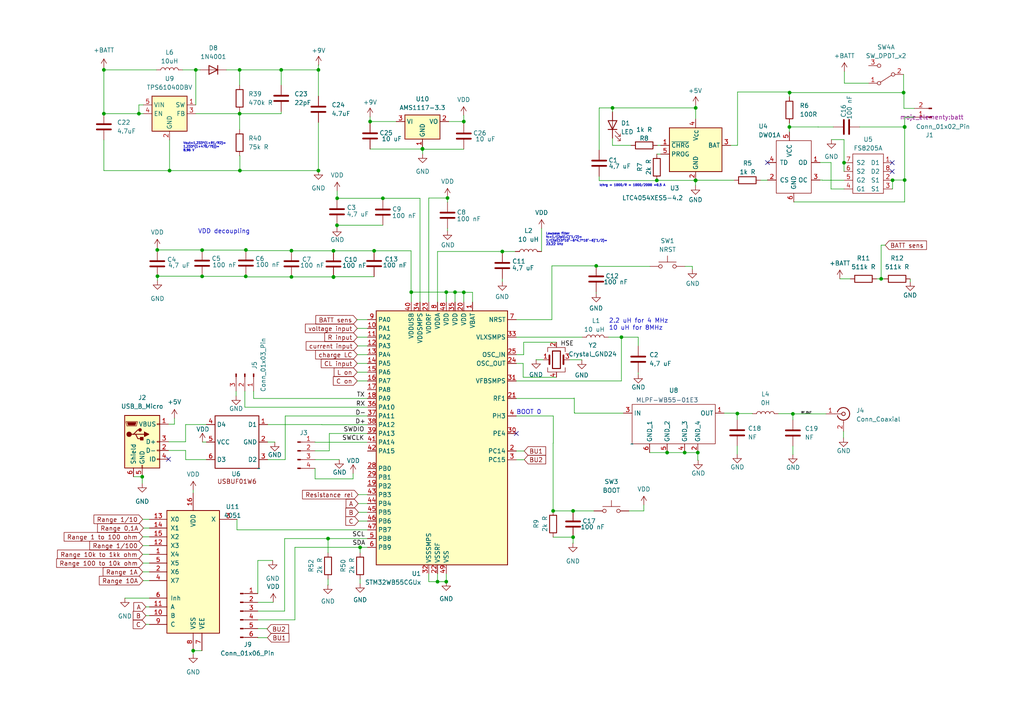
<source format=kicad_sch>
(kicad_sch (version 20230121) (generator eeschema)
  (paper "A4")
  (junction (at 134.5184 84.7852))
  (junction (at 96.7232 80.3148))
  (junction (at 166.2176 148.1836))
  (junction (at 49.1744 49.4792))
  (junction (at 262.382 52.2224))
  (junction (at 41.2496 138.2776))
  (junction (at 119.2784 84.7344))
  (junction (at 129.4384 168.7068))
  (junction (at 129.794 57.4329))
  (junction (at 201.7268 52.324))
  (junction (at 134.5184 35.2552))
  (junction (at 262.3898 36.83))
  (junction (at 69.5769 49.4792))
  (junction (at 92.3544 20.2692))
  (junction (at 96.7232 72.7456))
  (junction (at 84.5312 72.6948))
  (junction (at 129.4384 84.7344))
  (junction (at 30.1244 20.2692))
  (junction (at 30.1244 32.9692))
  (junction (at 213.8712 119.9388))
  (junction (at 166.2176 155.8036))
  (junction (at 229.0064 26.8566))
  (junction (at 228.9556 36.83))
  (junction (at 108.5088 72.7456))
  (junction (at 69.4944 32.9692))
  (junction (at 56.7944 20.2692))
  (junction (at 95.1484 156.21))
  (junction (at 122.5296 43.2308))
  (junction (at 193.4972 131.2672))
  (junction (at 58.6232 80.1624))
  (junction (at 56.0324 188.722))
  (junction (at 111.0488 57.5056))
  (junction (at 84.5312 80.3148))
  (junction (at 71.2724 80.1624))
  (junction (at 45.6692 80.1116))
  (junction (at 198.5772 131.2672))
  (junction (at 122.5296 43.1371))
  (junction (at 71.3232 72.4916))
  (junction (at 202.3872 131.2672))
  (junction (at 160.4264 148.1836))
  (junction (at 97.79 57.5056))
  (junction (at 97.7392 65.3288))
  (junction (at 96.7232 80.3656))
  (junction (at 131.9784 84.7344))
  (junction (at 126.8984 168.7068))
  (junction (at 107.3404 35.2552))
  (junction (at 92.3544 49.4792))
  (junction (at 145.6944 72.9488))
  (junction (at 69.4944 20.2692))
  (junction (at 201.7776 31.2928))
  (junction (at 201.7776 52.324))
  (junction (at 255.5678 80.8736))
  (junction (at 262.0772 26.8566))
  (junction (at 262.382 36.83))
  (junction (at 180.2384 97.79))
  (junction (at 104.4448 158.75))
  (junction (at 177.6476 31.2928))
  (junction (at 190.5 52.324))
  (junction (at 229.9716 120.0404))
  (junction (at 172.9232 77.1144))
  (junction (at 45.6184 72.4916))
  (junction (at 81.5594 20.2692))
  (junction (at 58.6232 72.5424))
  (junction (at 258.8768 52.2732))
  (junction (at 244.8052 47.1932))
  (junction (at 40.2844 32.9692))
  (no_connect (at 258.7752 49.7332))
  (no_connect (at 48.8696 133.1976))
  (no_connect (at 258.7752 47.1932))
  (no_connect (at 222.6056 47.1424))
  (no_connect (at 149.7584 125.73))
  (wire (pts (xy 201.7776 31.2928) (xy 201.7776 34.544)))
  (wire (pts (xy 119.2784 84.7344) (xy 129.4384 84.7344)))
  (wire (pts (xy 53.8238 128.1404) (xy 53.8238 123.1392)))
  (wire (pts (xy 43.3324 173.482) (xy 36.2204 173.482)))
  (wire (pts (xy 129.4384 84.7344) (xy 129.4384 87.63)))
  (wire (pts (xy 213.9157 26.6866) (xy 229.0064 26.6866)))
  (wire (pts (xy 202.3872 131.2672) (xy 202.3872 133.5024)))
  (wire (pts (xy 134.4676 84.7852) (xy 134.5184 84.7852)))
  (wire (pts (xy 111.0488 57.7088) (xy 111.0488 57.5056)))
  (wire (pts (xy 134.5184 33.4772) (xy 134.4676 33.4772)))
  (wire (pts (xy 145.6944 72.9488) (xy 145.6944 73.2028)))
  (wire (pts (xy 185.1152 108.0008) (xy 185.1152 108.5596)))
  (wire (pts (xy 183.0324 42.164) (xy 177.6476 42.164)))
  (wire (pts (xy 262.382 36.83) (xy 262.3898 36.83)))
  (wire (pts (xy 244.8052 54.8132) (xy 241.0371 54.8132)))
  (wire (pts (xy 243.586 80.8736) (xy 246.634 80.8736)))
  (wire (pts (xy 229.0064 26.8566) (xy 228.9587 26.8566)))
  (wire (pts (xy 166.2176 155.8036) (xy 166.2176 157.5308)))
  (wire (pts (xy 237.2868 36.8203) (xy 228.9548 36.8203)))
  (wire (pts (xy 172.9232 77.2668) (xy 188.5188 77.2668)))
  (wire (pts (xy 95.5117 125.73) (xy 95.5117 130.7592)))
  (wire (pts (xy 222.6056 52.2224) (xy 222.6564 52.2224)))
  (wire (pts (xy 166.5224 115.57) (xy 149.7584 115.57)))
  (wire (pts (xy 79.248 174.7012) (xy 74.7776 174.7012)))
  (wire (pts (xy 106.5784 128.27) (xy 91.3892 128.27)))
  (wire (pts (xy 92.3544 20.2692) (xy 92.3544 18.8722)))
  (wire (pts (xy 190.5 44.704) (xy 191.6176 44.704)))
  (wire (pts (xy 258.7752 54.7624) (xy 258.7752 54.8132)))
  (wire (pts (xy 106.5784 92.71) (xy 103.5812 92.71)))
  (wire (pts (xy 30.1244 40.5892) (xy 30.1244 49.4792)))
  (wire (pts (xy 71.2724 80.1116) (xy 71.2724 80.1624)))
  (wire (pts (xy 41.5544 32.9692) (xy 40.2844 32.9692)))
  (wire (pts (xy 69.4944 20.2692) (xy 69.4944 24.7142)))
  (wire (pts (xy 119.2784 84.7344) (xy 119.2784 87.63)))
  (wire (pts (xy 129.794 57.4329) (xy 129.794 58.6232)))
  (wire (pts (xy 30.1244 32.9692) (xy 40.2844 32.9692)))
  (wire (pts (xy 68.7324 153.67) (xy 106.5784 153.67)))
  (wire (pts (xy 134.5184 35.2552) (xy 134.5184 35.6616)))
  (wire (pts (xy 97.79 57.5056) (xy 111.0488 57.5056)))
  (wire (pts (xy 96.7232 72.7456) (xy 108.5088 72.7456)))
  (wire (pts (xy 241.7064 36.83) (xy 237.2868 36.83)))
  (wire (pts (xy 103.632 105.41) (xy 106.5784 105.41)))
  (wire (pts (xy 166.2176 157.5308) (xy 166.1668 157.5308)))
  (wire (pts (xy 103.632 97.79) (xy 106.5784 97.79)))
  (wire (pts (xy 149.7584 105.41) (xy 151.7396 105.41)))
  (wire (pts (xy 190.6524 42.164) (xy 191.6176 42.164)))
  (wire (pts (xy 42.3164 181.102) (xy 43.3324 181.102)))
  (wire (pts (xy 56.0324 188.722) (xy 56.0324 189.6872)))
  (wire (pts (xy 152.0444 133.35) (xy 152.0444 133.2992)))
  (wire (pts (xy 82.7288 133.2992) (xy 77.6224 133.2992)))
  (wire (pts (xy 45.6184 80.3148) (xy 45.6184 80.1116)))
  (wire (pts (xy 103.632 107.95) (xy 106.5784 107.95)))
  (wire (pts (xy 74.7776 182.3212) (xy 77.47 182.3212)))
  (wire (pts (xy 41.4528 163.322) (xy 43.3324 163.322)))
  (wire (pts (xy 85.5403 179.7812) (xy 74.7776 179.7812)))
  (wire (pts (xy 166.6748 119.8372) (xy 180.7972 119.8372)))
  (wire (pts (xy 122.5296 43.1371) (xy 122.5296 43.2308)))
  (wire (pts (xy 103.886 143.4592) (xy 106.5784 143.4592)))
  (wire (pts (xy 71.0184 113.4872) (xy 71.0157 113.4872)))
  (wire (pts (xy 96.7232 72.7456) (xy 84.5312 72.7456)))
  (wire (pts (xy 160.4772 128.524) (xy 160.4772 120.65)))
  (wire (pts (xy 84.5312 72.7456) (xy 84.5312 72.6948)))
  (wire (pts (xy 264.0076 80.8736) (xy 264.0076 81.7372)))
  (wire (pts (xy 212.9536 52.2732) (xy 201.7776 52.2732)))
  (wire (pts (xy 121.8184 57.5056) (xy 121.8184 87.63)))
  (wire (pts (xy 151.7396 109.4232) (xy 161.3916 109.4232)))
  (wire (pts (xy 201.7776 31.2928) (xy 201.7776 30.5816)))
  (wire (pts (xy 104.4448 167.9448) (xy 104.4448 169.2656)))
  (wire (pts (xy 30.1244 49.4792) (xy 49.1744 49.4792)))
  (wire (pts (xy 56.0324 142.1384) (xy 56.0324 143.002)))
  (wire (pts (xy 166.5224 115.4684) (xy 166.5732 115.4684)))
  (wire (pts (xy 107.3404 33.8836) (xy 107.3404 35.2552)))
  (wire (pts (xy 41.5036 168.402) (xy 43.3324 168.402)))
  (wire (pts (xy 69.4944 32.9692) (xy 69.4944 32.3342)))
  (wire (pts (xy 165.2016 104.3432) (xy 168.7576 104.3432)))
  (wire (pts (xy 74.7776 184.9628) (xy 74.7776 184.8612)))
  (wire (pts (xy 237.2868 36.83) (xy 237.2868 36.8203)))
  (wire (pts (xy 81.5594 32.9692) (xy 69.4944 32.9692)))
  (wire (pts (xy 254.254 80.8736) (xy 255.5678 80.8736)))
  (wire (pts (xy 177.6476 31.2928) (xy 173.8376 31.2928)))
  (wire (pts (xy 45.6692 80.1116) (xy 58.6232 80.1116)))
  (wire (pts (xy 73.5613 115.57) (xy 106.5784 115.57)))
  (wire (pts (xy 166.5732 119.7356) (xy 166.6748 119.7356)))
  (wire (pts (xy 56.7944 20.2692) (xy 52.9844 20.2692)))
  (wire (pts (xy 202.3872 133.5024) (xy 202.4888 133.5024)))
  (wire (pts (xy 256.7432 71.1068) (xy 255.5678 71.1068)))
  (wire (pts (xy 40.2844 32.9692) (xy 40.2844 30.4292)))
  (wire (pts (xy 97.7392 65.3288) (xy 97.7392 65.9892)))
  (wire (pts (xy 71.2216 72.5424) (xy 58.6232 72.5424)))
  (wire (pts (xy 96.7232 80.3656) (xy 96.7232 80.4672)))
  (wire (pts (xy 151.892 99.2632) (xy 161.3916 99.2632)))
  (wire (pts (xy 126.8984 72.9488) (xy 145.6944 72.9488)))
  (wire (pts (xy 91.3892 138.8872) (xy 102.4128 138.8872)))
  (wire (pts (xy 222.6564 52.2732) (xy 220.5736 52.2732)))
  (wire (pts (xy 213.8712 119.8372) (xy 213.8712 119.9388)))
  (wire (pts (xy 48.8696 128.1404) (xy 53.8238 128.1404)))
  (wire (pts (xy 106.5784 143.4592) (xy 106.5784 143.51)))
  (wire (pts (xy 238.4552 52.2732) (xy 244.8052 52.2732)))
  (wire (pts (xy 103.9876 151.13) (xy 106.5784 151.13)))
  (wire (pts (xy 53.848 133.2992) (xy 59.8424 133.2992)))
  (wire (pts (xy 198.5772 131.2672) (xy 202.3872 131.2672)))
  (wire (pts (xy 149.4536 72.9488) (xy 145.6944 72.9488)))
  (wire (pts (xy 103.9876 148.59) (xy 106.5784 148.59)))
  (wire (pts (xy 237.8456 52.2224) (xy 238.4552 52.2224)))
  (wire (pts (xy 79.0956 162.56) (xy 74.7776 162.56)))
  (wire (pts (xy 149.7584 92.71) (xy 160.0708 92.71)))
  (wire (pts (xy 45.6184 72.6948) (xy 45.6184 72.4916)))
  (wire (pts (xy 81.5594 20.2692) (xy 92.3544 20.2692)))
  (wire (pts (xy 193.4972 131.2672) (xy 198.5772 131.2672)))
  (wire (pts (xy 262.382 36.83) (xy 262.382 52.2224)))
  (wire (pts (xy 71.2724 80.3148) (xy 71.2724 80.1624)))
  (wire (pts (xy 77.5716 184.9628) (xy 74.7776 184.9628)))
  (wire (pts (xy 160.4264 148.1836) (xy 160.4264 128.524)))
  (wire (pts (xy 77.6224 128.2192) (xy 79.7052 128.2192)))
  (wire (pts (xy 258.8768 52.1208) (xy 259.2324 52.1208)))
  (wire (pts (xy 106.5784 156.21) (xy 95.1484 156.21)))
  (wire (pts (xy 45.6184 71.9328) (xy 45.6184 72.4916)))
  (wire (pts (xy 185.1152 100.3808) (xy 185.1152 97.79)))
  (wire (pts (xy 157.5816 104.3432) (xy 155.4988 104.3432)))
  (wire (pts (xy 213.8172 119.9388) (xy 213.8172 121.7168)))
  (wire (pts (xy 262.0772 26.8566) (xy 262.1788 26.8566)))
  (wire (pts (xy 74.7776 162.56) (xy 74.7776 172.1612)))
  (wire (pts (xy 129.794 66.2432) (xy 129.794 66.9544)))
  (wire (pts (xy 190.5 52.3748) (xy 190.5 52.324)))
  (wire (pts (xy 30.1244 20.2692) (xy 30.1244 32.9692)))
  (wire (pts (xy 82.55 156.21) (xy 82.55 177.2412)))
  (wire (pts (xy 130.1496 35.2552) (xy 134.5184 35.2552)))
  (wire (pts (xy 58.5724 188.722) (xy 56.0324 188.722)))
  (wire (pts (xy 149.7584 97.79) (xy 168.8592 97.79)))
  (wire (pts (xy 126.8984 87.63) (xy 126.8984 72.9488)))
  (wire (pts (xy 111.0488 57.5056) (xy 121.8184 57.5056)))
  (wire (pts (xy 71.0157 113.4872) (xy 71.0157 118.11)))
  (wire (pts (xy 262.3898 36.83) (xy 262.4328 36.83)))
  (wire (pts (xy 238.4552 52.2224) (xy 238.4552 52.2732)))
  (wire (pts (xy 262.382 58.5724) (xy 230.2256 58.5724)))
  (wire (pts (xy 95.1484 169.672) (xy 95.0976 169.672)))
  (wire (pts (xy 71.2724 80.3148) (xy 84.5312 80.3148)))
  (wire (pts (xy 166.2176 148.1836) (xy 172.2628 148.1836)))
  (wire (pts (xy 210.0072 119.8372) (xy 213.8712 119.8372)))
  (wire (pts (xy 96.7232 80.264) (xy 96.7232 80.3148)))
  (wire (pts (xy 134.5184 43.2816) (xy 122.5296 43.2816)))
  (wire (pts (xy 58.6232 72.4916) (xy 58.6232 72.5424)))
  (wire (pts (xy 262.1788 31.4452) (xy 265.176 31.4452)))
  (wire (pts (xy 168.7576 104.3432) (xy 168.7576 104.4448)))
  (wire (pts (xy 151.7396 105.41) (xy 151.7396 109.4232)))
  (wire (pts (xy 228.9587 28.0924) (xy 228.9556 28.0924)))
  (wire (pts (xy 166.5224 115.4684) (xy 166.5224 115.57)))
  (wire (pts (xy 129.794 57.2008) (xy 129.794 57.4329)))
  (wire (pts (xy 41.2496 138.2776) (xy 41.2496 140.208)))
  (wire (pts (xy 73.5613 113.4872) (xy 73.5613 115.57)))
  (wire (pts (xy 241.0371 54.8132) (xy 241.0371 47.1424)))
  (wire (pts (xy 42.3164 176.022) (xy 43.3324 176.022)))
  (wire (pts (xy 258.8768 52.1208) (xy 258.8768 52.2732)))
  (wire (pts (xy 229.9716 120.0404) (xy 229.9716 121.7676)))
  (wire (pts (xy 56.7944 30.4292) (xy 56.7944 20.2692)))
  (wire (pts (xy 213.9157 42.1132) (xy 213.9157 26.6866)))
  (wire (pts (xy 81.5594 24.7142) (xy 81.5594 20.2692)))
  (wire (pts (xy 213.8712 119.9388) (xy 218.186 119.9388)))
  (wire (pts (xy 82.7288 120.65) (xy 82.7288 133.2992)))
  (wire (pts (xy 53.848 130.6576) (xy 53.848 133.2992)))
  (wire (pts (xy 131.9784 84.7344) (xy 134.4676 84.7344)))
  (wire (pts (xy 126.8984 168.7068) (xy 126.8984 166.37)))
  (wire (pts (xy 40.2844 30.4292) (xy 41.5544 30.4292)))
  (wire (pts (xy 114.9096 35.2552) (xy 107.3404 35.2552)))
  (wire (pts (xy 129.4384 166.37) (xy 129.4384 168.7068)))
  (wire (pts (xy 71.0157 118.11) (xy 106.5784 118.11)))
  (wire (pts (xy 103.632 110.49) (xy 106.5784 110.49)))
  (wire (pts (xy 107.3404 35.2552) (xy 107.3404 35.6108)))
  (wire (pts (xy 145.6944 80.8228) (xy 145.6944 81.6864)))
  (wire (pts (xy 69.4944 20.2692) (xy 81.5594 20.2692)))
  (wire (pts (xy 103.5812 92.71) (xy 103.5812 92.7608)))
  (wire (pts (xy 107.3404 43.2308) (xy 122.5296 43.2308)))
  (wire (pts (xy 71.3232 80.1116) (xy 71.2724 80.1116)))
  (wire (pts (xy 56.7944 32.9692) (xy 69.4944 32.9692)))
  (wire (pts (xy 45.6184 72.4916) (xy 58.6232 72.4916)))
  (wire (pts (xy 229.9716 119.9896) (xy 229.9716 120.0404)))
  (wire (pts (xy 38.7096 138.2776) (xy 41.2496 138.2776)))
  (wire (pts (xy 41.6052 153.162) (xy 43.3324 153.162)))
  (wire (pts (xy 68.4784 113.4872) (xy 68.4784 114.8588)))
  (wire (pts (xy 82.55 177.2412) (xy 74.7776 177.2412)))
  (wire (pts (xy 56.7944 20.2692) (xy 58.0644 20.2692)))
  (wire (pts (xy 30.1244 20.2692) (xy 45.3644 20.2692)))
  (wire (pts (xy 258.7752 52.2732) (xy 258.8768 52.2732)))
  (wire (pts (xy 103.7336 100.33) (xy 106.5784 100.33)))
  (wire (pts (xy 173.7868 52.3748) (xy 190.5 52.3748)))
  (wire (pts (xy 92.3544 18.8722) (xy 92.4052 18.8722)))
  (wire (pts (xy 48.8696 123.0376) (xy 50.5968 123.0376)))
  (wire (pts (xy 198.6788 77.2668) (xy 200.8124 77.2668)))
  (wire (pts (xy 137.0584 87.63) (xy 137.0584 84.7852)))
  (wire (pts (xy 258.7752 54.7624) (xy 258.8768 54.7624)))
  (wire (pts (xy 228.9556 36.83) (xy 228.9556 38.2524)))
  (wire (pts (xy 258.8768 54.7624) (xy 258.8768 52.2732)))
  (wire (pts (xy 42.3164 178.562) (xy 43.3324 178.562)))
  (wire (pts (xy 68.7324 150.622) (xy 68.7324 153.67)))
  (wire (pts (xy 104.4448 158.75) (xy 85.5403 158.75)))
  (wire (pts (xy 84.5312 72.6948) (xy 71.3232 72.6948)))
  (wire (pts (xy 124.3584 57.4329) (xy 129.794 57.4329)))
  (wire (pts (xy 134.5184 84.7852) (xy 134.5184 87.63)))
  (wire (pts (xy 155.4988 104.3432) (xy 155.4988 104.2924)))
  (wire (pts (xy 228.9548 36.83) (xy 228.9556 36.83)))
  (wire (pts (xy 102.4128 138.8872) (xy 102.4128 137.3362)))
  (wire (pts (xy 71.2216 72.4916) (xy 71.2216 72.5424)))
  (wire (pts (xy 182.4228 148.1836) (xy 186.7408 148.1836)))
  (wire (pts (xy 58.6232 80.1624) (xy 71.2724 80.1624)))
  (wire (pts (xy 122.5296 42.8752) (xy 122.5296 43.1371)))
  (wire (pts (xy 92.3544 35.5092) (xy 92.3544 49.4792)))
  (wire (pts (xy 213.8172 42.1132) (xy 213.9157 42.1132)))
  (wire (pts (xy 185.1152 97.79) (xy 180.2384 97.79)))
  (wire (pts (xy 149.7584 130.81) (xy 152.0444 130.81)))
  (wire (pts (xy 119.2276 84.7344) (xy 119.2784 84.7344)))
  (wire (pts (xy 180.2384 97.79) (xy 180.2384 110.49)))
  (wire (pts (xy 176.4792 97.79) (xy 180.2384 97.79)))
  (wire (pts (xy 30.1244 19.6342) (xy 30.1244 20.2692)))
  (wire (pts (xy 173.7868 31.3436) (xy 173.7868 43.5356)))
  (wire (pts (xy 166.6748 119.7356) (xy 166.6748 119.8372)))
  (wire (pts (xy 172.9232 84.7344) (xy 172.9232 85.0392)))
  (wire (pts (xy 213.8172 42.164) (xy 211.9376 42.164)))
  (wire (pts (xy 201.7776 52.2732) (xy 201.7776 52.324)))
  (wire (pts (xy 96.774 80.4672) (xy 96.774 80.3656)))
  (wire (pts (xy 201.7776 31.2928) (xy 177.6476 31.2928)))
  (wire (pts (xy 77.6224 123.1392) (xy 93.3704 123.1392)))
  (wire (pts (xy 91.3892 133.2992) (xy 98.3996 133.2992)))
  (wire (pts (xy 45.6184 80.1116) (xy 45.6692 80.1116)))
  (wire (pts (xy 256.7432 71.12) (xy 256.7432 71.1068)))
  (wire (pts (xy 129.4384 84.7344) (xy 131.9784 84.7344)))
  (wire (pts (xy 241.0371 47.1424) (xy 237.8456 47.1424)))
  (wire (pts (xy 124.3584 87.63) (xy 124.3584 57.4329)))
  (wire (pts (xy 69.5769 49.4792) (xy 92.3544 49.4792)))
  (wire (pts (xy 229.0064 26.8566) (xy 262.0772 26.8566)))
  (wire (pts (xy 160.0708 92.71) (xy 160.0708 77.1144)))
  (wire (pts (xy 122.5296 43.2308) (xy 122.5296 43.2816)))
  (wire (pts (xy 228.9548 36.8203) (xy 228.9548 36.83)))
  (wire (pts (xy 149.7584 110.49) (xy 180.2384 110.49)))
  (wire (pts (xy 244.9068 24.13) (xy 244.9068 20.7264)))
  (wire (pts (xy 122.5804 44.6532) (xy 122.5804 43.1371)))
  (wire (pts (xy 259.2324 52.2224) (xy 262.382 52.2224)))
  (wire (pts (xy 229.9716 129.3876) (xy 229.9716 131.826)))
  (wire (pts (xy 172.9232 77.2668) (xy 172.9232 77.1144)))
  (wire (pts (xy 97.79 55.372) (xy 97.79 57.5056)))
  (wire (pts (xy 173.7868 51.1556) (xy 173.7868 52.3748)))
  (wire (pts (xy 262.0772 21.59) (xy 262.0772 26.8566)))
  (wire (pts (xy 126.8984 168.7068) (xy 129.4384 168.7068)))
  (wire (pts (xy 186.7408 148.1836) (xy 186.7408 146.4564)))
  (wire (pts (xy 157.0736 72.9488) (xy 157.0736 66.2432)))
  (wire (pts (xy 225.806 119.9896) (xy 229.9716 119.9896)))
  (wire (pts (xy 43.3324 155.702) (xy 41.402 155.702)))
  (wire (pts (xy 201.7268 53.848) (xy 201.7268 52.324)))
  (wire (pts (xy 251.9172 24.13) (xy 244.9068 24.13)))
  (wire (pts (xy 160.0708 77.1144) (xy 172.9232 77.1144)))
  (wire (pts (xy 149.7584 102.87) (xy 151.892 102.87)))
  (wire (pts (xy 255.5678 71.1068) (xy 255.5678 80.8736)))
  (wire (pts (xy 95.5117 130.7592) (xy 91.3892 130.7592)))
  (wire (pts (xy 122.5804 43.1371) (xy 122.5296 43.1371)))
  (wire (pts (xy 81.5594 32.3342) (xy 81.5594 32.9692)))
  (wire (pts (xy 134.5184 84.7852) (xy 137.0584 84.7852)))
  (wire (pts (xy 93.3704 123.19) (xy 106.5784 123.19)))
  (wire (pts (xy 106.5784 158.75) (xy 104.4448 158.75)))
  (wire (pts (xy 53.8238 123.1392) (xy 59.8424 123.1392)))
  (wire (pts (xy 188.4172 131.2672) (xy 193.4972 131.2672)))
  (wire (pts (xy 124.3584 168.7068) (xy 126.8984 168.7068)))
  (wire (pts (xy 58.7248 128.2192) (xy 59.8424 128.2192)))
  (wire (pts (xy 97.7392 57.5056) (xy 97.79 57.5056)))
  (wire (pts (xy 265.176 33.9852) (xy 262.3898 33.9852)))
  (wire (pts (xy 201.7776 52.324) (xy 201.7268 52.324)))
  (wire (pts (xy 48.8696 130.6576) (xy 53.848 130.6576)))
  (wire (pts (xy 108.5088 72.644) (xy 108.5088 72.7456)))
  (wire (pts (xy 69.4944 32.9692) (xy 69.4944 37.5666)))
  (wire (pts (xy 91.3892 128.27) (xy 91.3892 128.2192)))
  (wire (pts (xy 160.4264 128.524) (xy 160.4772 128.524)))
  (wire (pts (xy 69.5769 49.4792) (xy 69.5769 45.1866)))
  (wire (pts (xy 43.3324 165.862) (xy 41.402 165.862)))
  (wire (pts (xy 151.892 99.2632) (xy 151.892 102.87)))
  (wire (pts (xy 249.3264 36.83) (xy 262.382 36.83)))
  (wire (pts (xy 255.5678 80.8736) (xy 256.3876 80.8736)))
  (wire (pts (xy 79.7052 128.2192) (xy 79.7052 128.27)))
  (wire (pts (xy 244.8052 47.1932) (xy 244.8052 49.7332)))
  (wire (pts (xy 173.8376 31.3436) (xy 173.7868 31.3436)))
  (wire (pts (xy 160.4264 155.8036) (xy 166.2176 155.8036)))
  (wire (pts (xy 229.9716 131.826) (xy 229.9674 131.826)))
  (wire (pts (xy 213.8172 119.9388) (xy 213.8712 119.9388)))
  (wire (pts (xy 190.5 52.324) (xy 201.7268 52.324)))
  (wire (pts (xy 222.6564 52.2224) (xy 222.6564 52.2732)))
  (wire (pts (xy 48.8696 128.1176) (xy 48.8696 128.1404)))
  (wire (pts (xy 45.6692 81.3816) (xy 45.6692 80.1116)))
  (wire (pts (xy 49.1744 40.5892) (xy 49.1744 49.4792)))
  (wire (pts (xy 104.4448 158.75) (xy 104.4448 160.3248)))
  (wire (pts (xy 119.2276 72.7456) (xy 119.2276 84.7344)))
  (wire (pts (xy 177.6476 31.2928) (xy 177.6476 32.4612)))
  (wire (pts (xy 166.5732 115.4684) (xy 166.5732 119.7356)))
  (wire (pts (xy 95.1484 156.21) (xy 82.55 156.21)))
  (wire (pts (xy 229.0064 26.6866) (xy 229.0064 26.8566)))
  (wire (pts (xy 49.1744 49.4792) (xy 69.5769 49.4792)))
  (wire (pts (xy 244.6528 125.1204) (xy 244.6528 127)))
  (wire (pts (xy 103.632 95.25) (xy 106.5784 95.25)))
  (wire (pts (xy 149.7584 133.35) (xy 152.0444 133.35)))
  (wire (pts (xy 96.7232 80.3148) (xy 96.7232 80.3656)))
  (wire (pts (xy 73.5584 113.4872) (xy 73.5613 113.4872)))
  (wire (pts (xy 173.8376 31.2928) (xy 173.8376 31.3436)))
  (wire (pts (xy 77.47 182.3212) (xy 77.47 182.4228)))
  (wire (pts (xy 262.1788 26.8566) (xy 262.1788 31.4452)))
  (wire (pts (xy 43.3324 160.782) (xy 41.3512 160.782)))
  (wire (pts (xy 41.402 158.242) (xy 43.3324 158.242)))
  (wire (pts (xy 160.4772 120.65) (xy 149.7584 120.65)))
  (wire (pts (xy 131.9784 84.7344) (xy 131.9784 87.63)))
  (wire (pts (xy 97.7392 65.2272) (xy 97.7392 65.3288)))
  (wire (pts (xy 84.5312 80.3148) (xy 96.7232 80.3148)))
  (wire (pts (xy 58.6232 80.1116) (xy 58.6232 80.1624)))
  (wire (pts (xy 50.5968 123.0376) (xy 50.5968 121.3104)))
  (wire (pts (xy 97.7392 57.5056) (xy 97.7392 57.6072)))
  (wire (pts (xy 91.3892 135.8392) (xy 91.3892 138.8872)))
  (wire (pts (xy 160.4264 148.1836) (xy 166.2176 148.1836)))
  (wire (pts (xy 106.5784 120.65) (xy 82.7288 120.65)))
  (wire (pts (xy 111.0488 65.3288) (xy 97.7392 65.3288)))
  (wire (pts (xy 71.3232 72.4916) (xy 71.2216 72.4916)))
  (wire (pts (xy 103.632 102.87) (xy 106.5784 102.87)))
  (wire (pts (xy 262.382 52.2224) (xy 262.382 58.5724)))
  (wire (pts (xy 213.8172 131.7244) (xy 213.8172 129.3368)))
  (wire (pts (xy 69.5769 45.1866) (xy 69.4944 45.1866)))
  (wire (pts (xy 259.2324 52.2224) (xy 259.2324 52.1208)))
  (wire (pts (xy 93.3704 123.1392) (xy 93.3704 123.19)))
  (wire (pts (xy 124.3584 166.37) (xy 124.3584 168.7068)))
  (wire (pts (xy 134.4676 84.7852) (xy 134.4676 84.7344)))
  (wire (pts (xy 96.774 80.4672) (xy 96.7232 80.4672)))
  (wire (pts (xy 85.5403 158.75) (xy 85.5403 179.7812)))
  (wire (pts (xy 108.5088 80.264) (xy 96.7232 80.264)))
  (wire (pts (xy 95.1484 167.9448) (xy 95.1484 169.672)))
  (wire (pts (xy 228.9587 26.8566) (xy 228.9587 28.0924)))
  (wire (pts (xy 177.6476 42.164) (xy 177.6476 40.0812)))
  (wire (pts (xy 218.186 119.9388) (xy 218.186 119.9896)))
  (wire (pts (xy 228.9556 35.7124) (xy 228.9556 36.83)))
  (wire (pts (xy 95.1484 156.21) (xy 95.1484 160.3248)))
  (wire (pts (xy 244.8052 40.4876) (xy 244.8052 47.1932)))
  (wire (pts (xy 106.5784 125.73) (xy 95.5117 125.73)))
  (wire (pts (xy 262.3898 33.9852) (xy 262.3898 36.83)))
  (wire (pts (xy 71.3232 72.6948) (xy 71.3232 72.4916)))
  (wire (pts (xy 65.6844 20.2692) (xy 69.4944 20.2692)))
  (wire (pts (xy 200.8124 77.2668) (xy 200.8124 78.1304)))
  (wire (pts (xy 103.886 146.05) (xy 106.5784 146.05)))
  (wire (pts (xy 239.5728 120.0404) (xy 229.9716 120.0404)))
  (wire (pts (xy 241.1476 40.4876) (xy 244.8052 40.4876)))
  (wire (pts (xy 134.5184 35.2552) (xy 134.5184 33.4772)))
  (wire (pts (xy 108.5088 72.7456) (xy 119.2276 72.7456)))
  (wire (pts (xy 41.402 150.622) (xy 43.3324 150.622)))
  (wire (pts (xy 92.3544 20.2692) (xy 92.3544 27.8892)))
  (wire (pts (xy 213.8172 42.1132) (xy 213.8172 42.164)))
  (text "Ichrg = 1000/R = 1000/2000 =0,5 A" (at 173.7868 54.2544 0) (effects (font (size 0.64 0.64)) (justify left bottom)))
  (text "Lowpass filter \nfc=1/(2pi(LC)^1/2)=\n1/(2pi(10*10^-6*4,7*10^-6)^1/2)=\n23,22 kHz" (at 158.2928 71.374 0) (effects (font (size 0.64 0.64)) (justify left bottom)))
  (text "D-" (at 103.0732 120.5992 0) (effects (font (size 1.27 1.27)) (justify left bottom)))
  (text "SWDIO" (at 99.6188 125.4252 0) (effects (font (size 1.27 1.27)) (justify left bottom)))
  (text "BOOT 0" (at 149.7584 120.396 0) (effects (font (size 1.27 1.27)) (justify left bottom)))
  (text "2.2 uH for 4 MHz\n10 uH for 8MHz" (at 176.5808 95.9612 0) (effects (font (size 1.27 1.27)) (justify left bottom)))
  (text "Vout=1,233*(1+R1/R2)=\n1,233*(1+470/75))=\n8,96 V\n" (at 53.086 44.1198 0) (effects (font (size 0.64 0.64)) (justify left bottom)))
  (text "SCL" (at 102.1588 155.8544 0) (effects (font (size 1.27 1.27)) (justify left bottom)))
  (text "VDD decoupling" (at 57.404 67.9704 0) (effects (font (size 1.27 1.27)) (justify left bottom)))
  (text "D+" (at 103.0224 123.1392 0) (effects (font (size 1.27 1.27)) (justify left bottom)))
  (text "HSE" (at 162.56 100.5332 0) (effects (font (size 1.27 1.27)) (justify left bottom)))
  (text "SWCLK" (at 99.2124 127.9144 0) (effects (font (size 1.27 1.27)) (justify left bottom)))
  (text "SDA" (at 102.2096 158.3436 0) (effects (font (size 1.27 1.27)) (justify left bottom)))
  (text "RX" (at 103.2256 118.0084 0) (effects (font (size 1.27 1.27)) (justify left bottom)))
  (text "TX" (at 103.4288 115.3668 0) (effects (font (size 1.27 1.27)) (justify left bottom)))
  (label "RF_OUT" (at 232.3084 120.0912 0) (effects (font (size 0.54 0.54))))
  (global_label "Range 100 to 10k ohm" (shape input) (at 41.4528 163.322 180) (property "Intersheetrefs" "${INTERSHEET_REFS}" (effects hide)))
  (global_label "CL input" (shape input) (at 103.632 105.41 180) (property "Intersheetrefs" "${INTERSHEET_REFS}" (effects hide)))
  (global_label "BATT sens" (shape input) (at 256.7432 71.12 0) (property "Intersheetrefs" "${INTERSHEET_REFS}" (effects hide)))
  (global_label "C" (shape input) (at 42.3164 181.102 180) (property "Intersheetrefs" "${INTERSHEET_REFS}" (effects hide)))
  (global_label "BU1" (shape input) (at 77.5716 184.9628 0) (property "Intersheetrefs" "${INTERSHEET_REFS}" (effects hide)))
  (global_label "Range 1{slash}10" (shape input) (at 41.402 150.622 180) (property "Intersheetrefs" "${INTERSHEET_REFS}" (effects hide)))
  (global_label "BU1" (shape input) (at 152.0444 130.81 0) (property "Intersheetrefs" "${INTERSHEET_REFS}" (effects hide)))
  (global_label "B" (shape input) (at 103.9876 148.59 180) (property "Intersheetrefs" "${INTERSHEET_REFS}" (effects hide)))
  (global_label "C on" (shape input) (at 103.632 110.49 180) (property "Intersheetrefs" "${INTERSHEET_REFS}" (effects hide)))
  (global_label "A" (shape input) (at 103.886 146.05 180) (property "Intersheetrefs" "${INTERSHEET_REFS}" (effects hide)))
  (global_label "Range 1{slash}100" (shape input) (at 41.402 158.242 180) (property "Intersheetrefs" "${INTERSHEET_REFS}" (effects hide)))
  (global_label "Range 0,1A" (shape input) (at 41.6052 153.162 180) (property "Intersheetrefs" "${INTERSHEET_REFS}" (effects hide)))
  (global_label "BU2" (shape input) (at 152.0444 133.2992 0) (property "Intersheetrefs" "${INTERSHEET_REFS}" (effects hide)))
  (global_label "L on" (shape input) (at 103.632 107.95 180) (property "Intersheetrefs" "${INTERSHEET_REFS}" (effects hide)))
  (global_label "B" (shape input) (at 42.3164 178.562 180) (property "Intersheetrefs" "${INTERSHEET_REFS}" (effects hide)))
  (global_label "voltage input" (shape input) (at 103.632 95.25 180) (property "Intersheetrefs" "${INTERSHEET_REFS}" (effects hide)))
  (global_label "Range 10k to 1kk ohm" (shape input) (at 41.3512 160.782 180) (property "Intersheetrefs" "${INTERSHEET_REFS}" (effects hide)))
  (global_label "C" (shape input) (at 103.9876 151.13 180) (property "Intersheetrefs" "${INTERSHEET_REFS}" (effects hide)))
  (global_label "Range 1 to 100 ohm" (shape input) (at 41.402 155.702 180) (property "Intersheetrefs" "${INTERSHEET_REFS}" (effects hide)))
  (global_label "Range 1A" (shape input) (at 41.402 165.862 180) (property "Intersheetrefs" "${INTERSHEET_REFS}" (effects hide)))
  (global_label "Range 10A" (shape input) (at 41.5036 168.402 180) (property "Intersheetrefs" "${INTERSHEET_REFS}" (effects hide)))
  (global_label "BATT sens" (shape input) (at 103.5812 92.7608 180) (property "Intersheetrefs" "${INTERSHEET_REFS}" (effects hide)))
  (global_label "A" (shape input) (at 42.3164 176.022 180) (property "Intersheetrefs" "${INTERSHEET_REFS}" (effects hide)))
  (global_label "BU2" (shape input) (at 77.47 182.4228 0) (property "Intersheetrefs" "${INTERSHEET_REFS}" (effects hide)))
  (global_label "current input" (shape input) (at 103.7336 100.33 180) (property "Intersheetrefs" "${INTERSHEET_REFS}" (effects hide)))
  (global_label "R input" (shape input) (at 103.632 97.79 180) (property "Intersheetrefs" "${INTERSHEET_REFS}" (effects hide)))
  (global_label "Resistance rel" (shape input) (at 103.886 143.4592 180) (property "Intersheetrefs" "${INTERSHEET_REFS}" (effects hide)))
  (global_label "charge LC" (shape input) (at 103.632 102.87 180) (property "Intersheetrefs" "${INTERSHEET_REFS}" (effects hide)))
  (symbol (lib_id "STM32_Bsed_Meter_Library:USBUF01W6") (at 75.0824 135.8392 0) (mirror y) (unit 1)
    (property "Reference" "U6" (at 68.4784 137.4648 0))
    (property "Value" "~" (at 75.0824 135.8392 0))
    (property "Footprint" "Package_TO_SOT_SMD:SOT-363_SC-70-6_Handsoldering" (effects hide))
  )
  (symbol (lib_id "power:VDD") (at 157.0736 66.2432 0) (unit 1)
    (property "Reference" "#PWR04" (effects hide))
    (property "Value" "VDD" (at 157.0736 61.6712 0))
  )
  (symbol (lib_id "Device:C") (at 84.5312 76.5048 180) (unit 1)
    (property "Reference" "C7" (at 87.5792 75.2348 0) (effects (justify right)))
    (property "Value" "100 nF" (at 94.0816 76.962 0) (effects (justify left)))
    (property "Footprint" "Capacitor_SMD:C_0805_2012Metric" (effects hide))
  )
  (symbol (lib_id "Device:R") (at 160.4264 151.9936 180) (unit 1)
    (property "Reference" "R9" (at 155.4988 151.9428 90))
    (property "Value" "2k R" (at 158.0388 151.9428 90))
    (property "Footprint" "Resistor_SMD:R_0805_2012Metric" (effects hide))
  )
  (symbol (lib_id "power:GND") (at 129.4384 168.7068 0) (unit 1)
    (property "Reference" "#PWR08" (effects hide))
    (property "Value" "GND" (at 129.4384 173.6852 0))
  )
  (symbol (lib_id "Connector:Conn_01x03_Pin") (at 71.0184 108.4072 270) (unit 1)
    (property "Reference" "J5" (at 73.8124 105.9688 0))
    (property "Value" "Conn_01x03_Pin" (at 76.3524 105.8164 0))
    (property "Footprint" "Connector_PinHeader_2.54mm:PinHeader_1x03_P2.54mm_Vertical" (effects hide))
  )
  (symbol (lib_id "Device:C") (at 30.1244 36.7792 0) (unit 1)
    (property "Reference" "C22" (at 33.9344 35.5092 0) (effects (justify left)))
    (property "Value" "4.7uF" (at 33.9344 38.0492 0) (effects (justify left)))
    (property "Footprint" "Capacitor_SMD:C_0805_2012Metric_Pad1.18x1.45mm_HandSolder" (effects hide))
  )
  (symbol (lib_id "Diode:1N4001") (at 61.8744 20.2692 180) (unit 1)
    (property "Reference" "D8" (at 61.8744 13.9192 0))
    (property "Value" "1N4001" (at 61.8744 16.4592 0))
    (property "Footprint" "Diode_SMD:D_SMA" (effects hide))
    (property "Datasheet" "http://www.vishay.com/docs/88503/1n4001.pdf" (effects hide))
    (property "Sim.Device" "D" (effects hide))
    (property "Sim.Pins" "1=K 2=A" (effects hide))
  )
  (symbol (lib_id "power:GND") (at 166.1668 157.5308 0) (unit 1)
    (property "Reference" "#PWR026" (effects hide))
    (property "Value" "GND" (at 166.1668 162.7632 0))
  )
  (symbol (lib_id "power:GND") (at 213.8172 131.7244 0) (unit 1)
    (property "Reference" "#PWR032" (effects hide))
    (property "Value" "GND" (at 213.868 135.4836 0))
  )
  (symbol (lib_id "Switch:SW_Push") (at 193.5988 77.2668 0) (unit 1)
    (property "Reference" "SW1" (at 193.5988 69.85 0))
    (property "Value" "NRST" (at 193.5988 72.39 0))
    (property "Footprint" "Button_Switch_SMD:SW_SPST_FSMSM" (effects hide))
  )
  (symbol (lib_id "power:GND") (at 97.7392 65.9892 0) (unit 1)
    (property "Reference" "#PWR02" (effects hide))
    (property "Value" "GND" (at 97.8408 69.5452 0))
  )
  (symbol (lib_id "power:GND") (at 200.8124 78.1304 0) (unit 1)
    (property "Reference" "#PWR013" (effects hide))
    (property "Value" "GND" (at 200.914 82.2452 0))
  )
  (symbol (lib_id "power:VDD") (at 102.4128 137.3362 0) (unit 1)
    (property "Reference" "#PWR029" (effects hide))
    (property "Value" "VDD" (at 102.4636 133.6278 0))
  )
  (symbol (lib_id "Switch:SW_DPDT_x2") (at 256.9972 21.59 180) (unit 1)
    (property "Reference" "SW4" (at 256.9972 13.6652 0))
    (property "Value" "SW_DPDT_x2" (at 256.9972 16.2052 0))
    (property "Footprint" "Connector_PinHeader_2.54mm:PinHeader_1x03_P2.54mm_Vertical" (effects hide))
  )
  (symbol (lib_id "Device:Crystal_GND24") (at 161.3916 104.3432 0) (unit 1)
    (property "Reference" "Y2" (at 171.9072 100.1523 0))
    (property "Value" "Crystal_GND24" (at 171.9072 102.6923 0))
    (property "Footprint" "Crystal:Crystal_SMD_3225-4Pin_3.2x2.5mm" (effects hide))
  )
  (symbol (lib_id "power:VDD") (at 45.6184 71.9328 0) (unit 1)
    (property "Reference" "#PWR06" (effects hide))
    (property "Value" "VDD" (at 45.6184 67.3608 0))
  )
  (symbol (lib_id "power:+BATT") (at 30.1244 19.6342 0) (unit 1)
    (property "Reference" "#PWR056" (effects hide))
    (property "Value" "+BATT" (at 30.1244 14.5542 0))
  )
  (symbol (lib_id "power:GND") (at 129.794 66.9544 0) (unit 1)
    (property "Reference" "#PWR010" (effects hide))
    (property "Value" "GND" (at 129.8956 71.0692 0))
  )
  (symbol (lib_id "Device:R") (at 104.4448 164.1348 180) (unit 1)
    (property "Reference" "R50" (at 99.5172 164.084 90))
    (property "Value" "2k R" (at 102.0572 164.084 90))
    (property "Footprint" "Resistor_SMD:R_0805_2012Metric" (effects hide))
  )
  (symbol (lib_id "power:VDD") (at 58.7248 128.2192 0) (unit 1)
    (property "Reference" "#PWR030" (effects hide))
    (property "Value" "VDD" (at 58.8264 124.5108 0))
  )
  (symbol (lib_id "Device:C") (at 107.3404 39.4208 180) (unit 1)
    (property "Reference" "C25" (at 110.0328 38.5572 0) (effects (justify right)))
    (property "Value" "10 uF" (at 116.5352 40.2844 0) (effects (justify left)))
    (property "Footprint" "Capacitor_SMD:C_0805_2012Metric" (effects hide))
  )
  (symbol (lib_id "Connector:Conn_01x04_Pin") (at 86.3092 130.7592 0) (unit 1)
    (property "Reference" "J3" (at 88.0872 125.5268 0))
    (property "Value" "Conn_01x04_Pin" (effects hide))
    (property "Footprint" "Connector_PinHeader_2.54mm:PinHeader_1x04_P2.54mm_Vertical" (effects hide))
  )
  (symbol (lib_id "power:GND") (at 45.6692 81.3816 0) (unit 1)
    (property "Reference" "#PWR05" (effects hide))
    (property "Value" "GND" (at 45.6692 86.614 0))
  )
  (symbol (lib_id "Device:C") (at 173.7868 47.3456 180) (unit 1)
    (property "Reference" "C1" (at 176.4792 46.482 0) (effects (justify right)))
    (property "Value" "4,7 uF" (at 182.9816 48.2092 0) (effects (justify left)))
    (property "Footprint" "Capacitor_SMD:C_0805_2012Metric" (effects hide))
  )
  (symbol (lib_id "Connector:Conn_01x02_Pin") (at 270.256 33.9852 180) (unit 1)
    (property "Reference" "J1" (at 269.621 39.1668 0))
    (property "Value" "Conn_01x02_Pin" (at 273.5072 36.7284 0))
    (property "Footprint" "moje_elementy:batt" (at 270.256 33.9852 0))
  )
  (symbol (lib_id "power:GND") (at 98.3996 133.2992 0) (unit 1)
    (property "Reference" "#PWR028" (effects hide))
    (property "Value" "GND" (at 98.5012 137.0076 0))
  )
  (symbol (lib_id "Device:C") (at 96.7232 76.5556 180) (unit 1)
    (property "Reference" "C10" (at 99.7712 75.2856 0) (effects (justify right)))
    (property "Value" "100 nF" (at 106.2736 77.0128 0) (effects (justify left)))
    (property "Footprint" "Capacitor_SMD:C_0805_2012Metric" (effects hide))
  )
  (symbol (lib_id "Device:C") (at 129.794 62.4332 0) (unit 1)
    (property "Reference" "C8" (at 135.1788 61.5696 0) (effects (justify right)))
    (property "Value" "100 nF" (at 132.4356 63.5 0) (effects (justify left)))
    (property "Footprint" "Capacitor_SMD:C_0805_2012Metric" (effects hide))
  )
  (symbol (lib_id "Device:R") (at 190.5 48.514 180) (unit 1)
    (property "Reference" "R7" (at 185.5724 48.4632 90))
    (property "Value" "2k R" (at 188.1124 48.4632 90))
    (property "Footprint" "Resistor_SMD:R_0805_2012Metric" (effects hide))
  )
  (symbol (lib_id "power:+9V") (at 92.4052 18.8722 0) (unit 1)
    (property "Reference" "#PWR059" (effects hide))
    (property "Value" "+9V" (at 92.4052 14.6558 0))
  )
  (symbol (lib_id "power:+5V") (at 50.5968 121.3104 0) (unit 1)
    (property "Reference" "#PWR024" (effects hide))
    (property "Value" "+5V" (at 50.5968 116.586 0))
  )
  (symbol (lib_id "power:VDD") (at 134.4676 33.4772 0) (unit 1)
    (property "Reference" "#PWR057" (effects hide))
    (property "Value" "VDD" (at 134.4676 28.9052 0))
  )
  (symbol (lib_id "power:+9V") (at 107.3404 33.8836 0) (unit 1)
    (property "Reference" "#PWR061" (effects hide))
    (property "Value" "+9V" (at 107.3404 29.6672 0))
  )
  (symbol (lib_id "power:VDD") (at 56.0324 142.1384 0) (mirror y) (unit 1)
    (property "Reference" "#PWR064" (effects hide))
    (property "Value" "VDD" (at 56.0324 137.5664 0))
  )
  (symbol (lib_id "Device:C") (at 172.9232 80.9244 180) (unit 1)
    (property "Reference" "C12" (at 175.6156 80.0608 0) (effects (justify right)))
    (property "Value" "100 nF" (at 182.118 81.788 0) (effects (justify left)))
    (property "Footprint" "Capacitor_SMD:C_0805_2012Metric" (effects hide))
  )
  (symbol (lib_id "power:GND") (at 56.0324 189.6872 0) (mirror y) (unit 1)
    (property "Reference" "#PWR066" (effects hide))
    (property "Value" "GND" (at 56.0324 194.9196 0))
  )
  (symbol (lib_id "Device:C") (at 166.2176 151.9936 180) (unit 1)
    (property "Reference" "C17" (at 168.91 151.13 0) (effects (justify right)))
    (property "Value" "100 nF" (at 175.4124 152.8572 0) (effects (justify left)))
    (property "Footprint" "Capacitor_SMD:C_0805_2012Metric" (effects hide))
  )
  (symbol (lib_id "power:GND") (at 241.1476 40.4876 0) (unit 1)
    (property "Reference" "#PWR020" (effects hide))
    (property "Value" "GND" (at 241.1476 45.4152 0))
  )
  (symbol (lib_id "MCU_ST_STM32WB:STM32WB55CGUx") (at 129.4384 128.27 0) (mirror y) (unit 1)
    (property "Reference" "U1" (at 122.1643 166.37 0) (effects (justify left)))
    (property "Value" "STM32WB55CGUx" (at 122.1643 168.91 0) (effects (justify left)))
    (property "Footprint" "Package_DFN_QFN:QFN-48-1EP_7x7mm_P0.5mm_EP5.6x5.6mm" (effects hide))
    (property "Datasheet" "https://www.st.com/resource/en/datasheet/stm32wb55cg.pdf" (effects hide))
  )
  (symbol (lib_id "power:GND") (at 68.4784 114.8588 0) (unit 1)
    (property "Reference" "#PWR036" (effects hide))
    (property "Value" "GND" (at 68.4784 118.5164 0))
  )
  (symbol (lib_id "power:GND") (at 264.0076 81.7372 0) (unit 1)
    (property "Reference" "#PWR037" (effects hide))
    (property "Value" "GND" (at 263.9568 85.6488 0))
  )
  (symbol (lib_id "Device:C") (at 134.5184 39.4716 180) (unit 1)
    (property "Reference" "C26" (at 137.2108 38.608 0) (effects (justify right)))
    (property "Value" "10 uF" (at 143.7132 40.3352 0) (effects (justify left)))
    (property "Footprint" "Capacitor_SMD:C_0805_2012Metric" (effects hide))
  )
  (symbol (lib_id "Device:C") (at 58.6232 76.3524 180) (unit 1)
    (property "Reference" "C5" (at 61.3664 74.9808 0) (effects (justify right)))
    (property "Value" "100 nF" (at 68.6308 76.8604 0) (effects (justify left)))
    (property "Footprint" "Capacitor_SMD:C_0805_2012Metric" (effects hide))
  )
  (symbol (lib_id "power:GND") (at 244.6528 127 0) (unit 1)
    (property "Reference" "#PWR035" (effects hide))
    (property "Value" "GND" (at 244.7036 130.7592 0))
  )
  (symbol (lib_id "Device:C") (at 229.9716 125.5776 0) (unit 1)
    (property "Reference" "C19" (at 233.426 124.3076 0) (effects (justify left)))
    (property "Value" "NF" (at 233.426 126.8476 0) (effects (justify left)))
    (property "Footprint" "Capacitor_SMD:C_0805_2012Metric" (effects hide))
  )
  (symbol (lib_id "4xxx:4051") (at 56.0324 165.862 0) (unit 1)
    (property "Reference" "U11" (at 67.4624 146.9741 0))
    (property "Value" "4051" (at 67.4624 149.5141 0))
    (property "Footprint" "Package_SO:SOP-16_4.4x10.4mm_P1.27mm" (effects hide))
    (property "Datasheet" "http://www.intersil.com/content/dam/Intersil/documents/cd40/cd4051bms-52bms-53bms.pdf" (effects hide))
  )
  (symbol (lib_id "power:GND") (at 79.7052 128.27 0) (unit 1)
    (property "Reference" "#PWR031" (effects hide))
    (property "Value" "GND" (at 79.7052 131.9276 0))
  )
  (symbol (lib_id "power:VDD") (at 97.79 55.372 0) (unit 1)
    (property "Reference" "#PWR07" (effects hide))
    (property "Value" "VDD" (at 97.79 50.8 0))
  )
  (symbol (lib_id "power:GND") (at 122.5804 44.6532 0) (unit 1)
    (property "Reference" "#PWR060" (effects hide))
    (property "Value" "GND" (at 122.5804 49.7332 0))
  )
  (symbol (lib_id "power:GND") (at 104.4448 169.2656 0) (unit 1)
    (property "Reference" "#PWR049" (effects hide))
    (property "Value" "GND" (at 104.4448 173.99 0))
  )
  (symbol (lib_id "Device:C") (at 71.3232 76.3016 180) (unit 1)
    (property "Reference" "C6" (at 74.0156 75.0316 0) (effects (justify right)))
    (property "Value" "100 nF" (at 81.2292 76.7588 0) (effects (justify left)))
    (property "Footprint" "Capacitor_SMD:C_0805_2012Metric" (effects hide))
  )
  (symbol (lib_id "Device:R") (at 95.1484 164.1348 180) (unit 1)
    (property "Reference" "R52" (at 90.2208 164.084 90))
    (property "Value" "2k R" (at 92.7608 164.084 90))
    (property "Footprint" "Resistor_SMD:R_0805_2012Metric" (effects hide))
  )
  (symbol (lib_id "power:+BATT") (at 244.9068 20.7264 0) (unit 1)
    (property "Reference" "#PWR021" (effects hide))
    (property "Value" "+BATT" (at 244.9068 16.2052 0))
  )
  (symbol (lib_id "power:GND") (at 202.4888 133.5024 0) (unit 1)
    (property "Reference" "#PWR034" (effects hide))
    (property "Value" "GND" (at 202.5396 137.2616 0))
  )
  (symbol (lib_id "power:VDD") (at 129.794 57.2008 0) (unit 1)
    (property "Reference" "#PWR09" (effects hide))
    (property "Value" "VDD" (at 129.794 52.6288 0))
  )
  (symbol (lib_id "Connector:Conn_Coaxial") (at 244.6528 120.0404 0) (unit 1)
    (property "Reference" "J4" (at 248.3104 119.0636 0) (effects (justify left)))
    (property "Value" "Conn_Coaxial" (at 248.3104 121.6036 0) (effects (justify left)))
    (property "Footprint" "Connector_Coaxial:U.FL_Molex_MCRF_73412-0110_Vertical" (effects hide))
    (property "Datasheet" " ~" (effects hide))
  )
  (symbol (lib_id "Device:C") (at 108.5088 76.454 180) (unit 1)
    (property "Reference" "C13" (at 111.5568 75.184 0) (effects (justify right)))
    (property "Value" "100 nF" (at 118.0592 76.9112 0) (effects (justify left)))
    (property "Footprint" "Capacitor_SMD:C_0805_2012Metric" (effects hide))
  )
  (symbol (lib_id "Device:C") (at 145.6944 77.0128 180) (unit 1)
    (property "Reference" "C11" (at 148.5392 75.7936 0) (effects (justify right)))
    (property "Value" "4,7 uF" (at 154.94 77.724 0) (effects (justify left)))
    (property "Footprint" "Capacitor_SMD:C_0805_2012Metric" (effects hide))
  )
  (symbol (lib_id "power:GND") (at 201.7268 53.848 0) (unit 1)
    (property "Reference" "#PWR023" (effects hide))
    (property "Value" "GND" (at 201.7268 57.9628 0))
  )
  (symbol (lib_id "power:+BATT") (at 243.586 80.8736 0) (unit 1)
    (property "Reference" "#PWR038" (effects hide))
    (property "Value" "+BATT" (at 243.586 76.3524 0))
  )
  (symbol (lib_id "Device:R") (at 260.1976 80.8736 270) (unit 1)
    (property "Reference" "R12" (at 260.1976 74.8792 90))
    (property "Value" "511k R" (at 260.1976 77.4192 90))
    (property "Footprint" "Resistor_SMD:R_0805_2012Metric" (effects hide))
  )
  (symbol (lib_id "Device:R") (at 69.4944 41.3766 0) (unit 1)
    (property "Reference" "R40" (at 72.0344 40.1066 0) (effects (justify left)))
    (property "Value" "75k R" (at 72.0344 42.6466 0) (effects (justify left)))
    (property "Footprint" "Resistor_SMD:R_0805_2012Metric_Pad1.20x1.40mm_HandSolder" (effects hide))
  )
  (symbol (lib_id "power:GND") (at 172.9232 85.0392 0) (unit 1)
    (property "Reference" "#PWR012" (effects hide))
    (property "Value" "GND" (at 172.8724 89.408 0))
  )
  (symbol (lib_id "Device:C") (at 213.8172 125.5268 0) (unit 1)
    (property "Reference" "C18" (at 216.916 124.2568 0) (effects (justify left)))
    (property "Value" "NF" (at 216.916 126.7968 0) (effects (justify left)))
    (property "Footprint" "Capacitor_SMD:C_0805_2012Metric" (effects hide))
  )
  (symbol (lib_id "Device:C") (at 185.1152 104.1908 0) (unit 1)
    (property "Reference" "C2" (at 188.3156 102.9208 0) (effects (justify left)))
    (property "Value" "4,7 uF" (at 188.3156 105.4608 0) (effects (justify left)))
    (property "Footprint" "Capacitor_SMD:C_0805_2012Metric" (effects hide))
  )
  (symbol (lib_id "power:GND") (at 155.4988 104.2924 0) (unit 1)
    (property "Reference" "#PWR071" (effects hide))
    (property "Value" "GND" (at 155.448 108.6612 0))
  )
  (symbol (lib_id "power:GND") (at 95.0976 169.672 0) (unit 1)
    (property "Reference" "#PWR069" (effects hide))
    (property "Value" "GND" (at 95.0976 174.3964 0))
  )
  (symbol (lib_id "Device:L") (at 153.2636 72.9488 90) (unit 1)
    (property "Reference" "L2" (at 153.2636 66.9036 90))
    (property "Value" "10 uH" (at 153.2636 69.4436 90))
    (property "Footprint" "Inductor_SMD:L_0805_2012Metric" (effects hide))
  )
  (symbol (lib_id "Connector:USB_B_Micro") (at 41.2496 128.1176 0) (unit 1)
    (property "Reference" "J2" (at 41.2496 115.316 0))
    (property "Value" "USB_B_Micro" (at 41.2496 117.856 0))
    (property "Footprint" "Connector_USB:USB_Micro-B_Wuerth_629105150521_CircularHoles" (effects hide))
  )
  (symbol (lib_id "Device:R") (at 250.444 80.8736 270) (unit 1)
    (property "Reference" "R11" (at 250.444 74.8792 90))
    (property "Value" "511k R" (at 250.444 77.4192 90))
    (property "Footprint" "Resistor_SMD:R_0805_2012Metric" (effects hide))
  )
  (symbol (lib_id "Device:L") (at 221.996 119.9896 90) (unit 1)
    (property "Reference" "L4" (at 221.996 114.3 90))
    (property "Value" "0H" (at 221.996 116.84 90))
    (property "Footprint" "Inductor_SMD:L_0805_2012Metric" (effects hide))
  )
  (symbol (lib_id "Device:LED") (at 177.6476 36.2712 90) (unit 1)
    (property "Reference" "D1" (at 180.086 35.7124 90) (effects (justify right)))
    (property "Value" "LED" (at 180.086 38.2524 90) (effects (justify right)))
    (property "Footprint" "LED_SMD:LED_0805_2012Metric" (effects hide))
  )
  (symbol (lib_id "Device:L") (at 172.6692 97.79 90) (unit 1)
    (property "Reference" "L1" (at 172.8724 93.0148 90))
    (property "Value" "10 uH " (at 172.8724 95.5548 90))
    (property "Footprint" "Inductor_SMD:L_0805_2012Metric" (effects hide))
  )
  (symbol (lib_name "MLPF_WB55_e01e3_1") (lib_id "STM32_Bsed_Meter_Library:MLPF_WB55_e01e3") (at 183.3372 128.7272 0) (unit 1)
    (property "Reference" "U8" (at 195.4022 113.2332 0))
    (property "Value" "~" (at 183.3372 128.7272 0))
    (property "Footprint" "moje_elementy:MLPF-WB55" (effects hide))
  )
  (symbol (lib_id "Regulator_Linear:AMS1117-3.3") (at 122.5296 35.2552 0) (unit 1)
    (property "Reference" "U10" (at 122.5296 28.702 0))
    (property "Value" "AMS1117-3.3" (at 122.5296 31.242 0))
    (property "Footprint" "Package_TO_SOT_SMD:SOT-223-3_TabPin2" (effects hide))
    (property "Datasheet" "http://www.advanced-monolithic.com/pdf/ds1117.pdf" (effects hide))
  )
  (symbol (lib_id "Device:C") (at 92.3544 31.6992 0) (unit 1)
    (property "Reference" "C24" (at 96.1644 30.4292 0) (effects (justify left)))
    (property "Value" "4.7uF" (at 96.1644 32.9692 0) (effects (justify left)))
    (property "Footprint" "Capacitor_SMD:C_0805_2012Metric_Pad1.18x1.45mm_HandSolder" (effects hide))
  )
  (symbol (lib_id "Device:R") (at 186.8424 42.164 270) (unit 1)
    (property "Reference" "R8" (at 186.8424 40.132 90))
    (property "Value" "1k R" (at 186.8424 37.592 90))
    (property "Footprint" "Resistor_SMD:R_0805_2012Metric" (effects hide))
  )
  (symbol (lib_id "Battery_Management:LTC4054XES5-4.2") (at 201.7776 42.164 0) (unit 1)
    (property "Reference" "U3" (at 195.6816 54.5592 0))
    (property "Value" "LTC4054XES5-4.2" (at 189.2808 57.404 0))
    (property "Footprint" "Package_TO_SOT_SMD:TSOT-23-5" (effects hide))
    (property "Datasheet" "https://www.analog.com/media/en/technical-documentation/data-sheets/405442xf.pdf" (effects hide))
  )
  (symbol (lib_id "Connector:Conn_01x06_Pin") (at 69.6976 177.2412 0) (unit 1)
    (property "Reference" "J9" (at 71.882 186.944 0))
    (property "Value" "Conn_01x06_Pin" (at 71.7804 189.484 0))
    (property "Footprint" "Connector_PinHeader_2.54mm:PinHeader_1x06_P2.54mm_Vertical" (effects hide))
  )
  (symbol (lib_id "Device:C") (at 81.5594 28.5242 0) (unit 1)
    (property "Reference" "C23" (at 85.3694 27.2542 0) (effects (justify left)))
    (property "Value" "22pF" (at 85.3694 29.7942 0) (effects (justify left)))
    (property "Footprint" "Capacitor_SMD:C_0805_2012Metric_Pad1.18x1.45mm_HandSolder" (effects hide))
  )
  (symbol (lib_id "power:GND") (at 168.7576 104.4448 0) (unit 1)
    (property "Reference" "#PWR070" (effects hide))
    (property "Value" "GND" (at 168.7068 108.8136 0))
  )
  (symbol (lib_id "Device:C") (at 45.6184 76.5048 180) (unit 1)
    (property "Reference" "C4" (at 48.4632 75.2856 0) (effects (justify right)))
    (property "Value" "4,7 uF" (at 55.1688 76.962 0) (effects (justify left)))
    (property "Footprint" "Capacitor_SMD:C_0805_2012Metric" (effects hide))
  )
  (symbol (lib_id "Device:C") (at 245.5164 36.83 270) (unit 1)
    (property "Reference" "C16" (at 244.6528 34.1376 0) (effects (justify right)))
    (property "Value" "100 nF" (at 246.38 27.6352 0) (effects (justify left)))
    (property "Footprint" "Capacitor_SMD:C_0805_2012Metric" (effects hide))
  )
  (symbol (lib_id "power:GND") (at 79.0956 162.56 0) (mirror y) (unit 1)
    (property "Reference" "#PWR052" (effects hide))
    (property "Value" "GND" (at 79.0956 167.7924 0))
  )
  (symbol (lib_id "power:+5V") (at 201.7776 30.5816 0) (unit 1)
    (property "Reference" "#PWR022" (effects hide))
    (property "Value" "+5V" (at 201.6252 26.3144 0))
  )
  (symbol (lib_id "Regulator_Switching:TPS61040DBV") (at 49.1744 32.9692 0) (unit 1)
    (property "Reference" "U9" (at 49.1744 22.8092 0))
    (property "Value" "TPS61040DBV" (at 49.1744 25.3492 0))
    (property "Footprint" "Package_TO_SOT_SMD:SOT-23-5" (effects hide))
    (property "Datasheet" "http://www.ti.com/lit/ds/symlink/tps61040.pdf" (effects hide))
  )
  (symbol (lib_id "power:GND") (at 92.3544 49.4792 0) (unit 1)
    (property "Reference" "#PWR058" (effects hide))
    (property "Value" "GND" (at 92.3544 54.5592 0))
  )
  (symbol (lib_id "fs8205a:FS8205A") (at 252.4252 52.2732 0) (mirror y) (unit 1)
    (property "Reference" "U5" (at 251.7902 40.4368 0))
    (property "Value" "FS8205A" (at 251.7902 42.9768 0))
    (property "Footprint" "Package_SO:TSSOP-8_4.4x3mm_P0.65mm" (effects hide))
    (property "Datasheet" "https://datasheetspdf.com/pdf/976676/CanShengIndustry/FS8205A/1" (effects hide))
  )
  (symbol (lib_id "power:GND") (at 229.9674 131.826 0) (unit 1)
    (property "Reference" "#PWR033" (effects hide))
    (property "Value" "GND" (at 230.0182 135.5852 0))
  )
  (symbol (lib_id "Device:L") (at 49.1744 20.2692 90) (unit 1)
    (property "Reference" "L6" (at 49.1744 15.1892 90))
    (property "Value" "10uH" (at 49.1744 17.7292 90))
    (property "Footprint" "Inductor_SMD:L_Taiyo-Yuden_NR-50xx" (effects hide))
  )
  (symbol (lib_id "Device:R") (at 69.4944 28.5242 0) (unit 1)
    (property "Reference" "R39" (at 72.0344 27.2542 0) (effects (justify left)))
    (property "Value" "470k R" (at 72.0344 29.7942 0) (effects (justify left)))
    (property "Footprint" "Resistor_SMD:R_0805_2012Metric_Pad1.20x1.40mm_HandSolder" (effects hide))
  )
  (symbol (lib_id "Device:C") (at 111.0488 61.5188 0) (unit 1)
    (property "Reference" "C9" (at 116.4336 60.6552 0) (effects (justify right)))
    (property "Value" "100 nF" (at 113.6904 62.5856 0) (effects (justify left)))
    (property "Footprint" "Capacitor_SMD:C_0805_2012Metric" (effects hide))
  )
  (symbol (lib_id "power:GND") (at 41.2496 140.208 0) (unit 1)
    (property "Reference" "#PWR025" (effects hide))
    (property "Value" "GND" (at 41.2496 145.4404 0))
  )
  (symbol (lib_id "Device:C") (at 97.7392 61.4172 180) (unit 1)
    (property "Reference" "C3" (at 100.584 60.198 0) (effects (justify right)))
    (property "Value" "4,7 uF" (at 106.9848 62.1284 0) (effects (justify left)))
    (property "Footprint" "Capacitor_SMD:C_0805_2012Metric" (effects hide))
  )
  (symbol (lib_id "Device:R") (at 228.9556 31.9024 180) (unit 1)
    (property "Reference" "R6" (at 231.9528 30.6324 0) (effects (justify right)))
    (property "Value" "100R" (at 231.9528 33.1724 0) (effects (justify right)))
    (property "Footprint" "Resistor_SMD:R_0805_2012Metric" (effects hide))
  )
  (symbol (lib_id "power:GND") (at 185.1152 108.5596 0) (unit 1)
    (property "Reference" "#PWR01" (effects hide))
    (property "Value" "GND" (at 185.166 112.3188 0))
  )
  (symbol (lib_id "power:VDD") (at 79.248 174.7012 0) (unit 1)
    (property "Reference" "#PWR054" (effects hide))
    (property "Value" "VDD" (at 79.248 170.1292 0))
  )
  (symbol (lib_id "Device:R") (at 216.7636 52.2732 90) (unit 1)
    (property "Reference" "R5" (at 216.8144 47.3456 90))
    (property "Value" "1k R" (at 216.8144 49.8856 90))
    (property "Footprint" "Resistor_SMD:R_0805_2012Metric" (effects hide))
  )
  (symbol (lib_id "Switch:SW_Push") (at 177.3428 148.1836 0) (unit 1)
    (property "Reference" "SW3" (at 177.3428 139.7 0))
    (property "Value" "BOOT" (at 177.3428 142.24 0))
    (property "Footprint" "Button_Switch_SMD:SW_SPST_FSMSM" (effects hide))
  )
  (symbol (lib_id "power:GND") (at 145.6944 81.6864 0) (unit 1)
    (property "Reference" "#PWR011" (effects hide))
    (property "Value" "GND" (at 145.6436 86.0552 0))
  )
  (symbol (lib_id "dw01a:DW01A") (at 227.6856 49.6824 0) (unit 1)
    (property "Reference" "U4" (at 219.964 36.6268 0) (effects (justify left)))
    (property "Value" "DW01A" (at 219.964 39.1668 0) (effects (justify left)))
    (property "Footprint" "Package_TO_SOT_SMD:SOT-23-6" (effects hide))
    (property "Datasheet" "https://datasheet.lcsc.com/szlcsc/1901091236_PUOLOP-DW01A_C351410.pdf" (effects hide))
  )
  (symbol (lib_id "power:GND") (at 36.2204 173.482 0) (mirror y) (unit 1)
    (property "Reference" "#PWR067" (effects hide))
    (property "Value" "GND" (at 36.2204 178.7144 0))
  )
  (symbol (lib_id "power:VDD") (at 186.7408 146.4564 0) (unit 1)
    (property "Reference" "#PWR027" (effects hide))
    (property "Value" "VDD" (at 186.7408 141.8844 0))
  )
  (sheet (at 309.3212 19.812) (size 46.1772 32.3088) (stroke (width 0.1524))
    (property "Sheetname" "measurment" (at 309.3212 19.1004 0) (effects (justify left bottom)))
    (property "Sheetfile" "untitled.kicad_sch" (at 309.3212 52.7054 0) (effects (justify left top)))
  )
)
</source>
